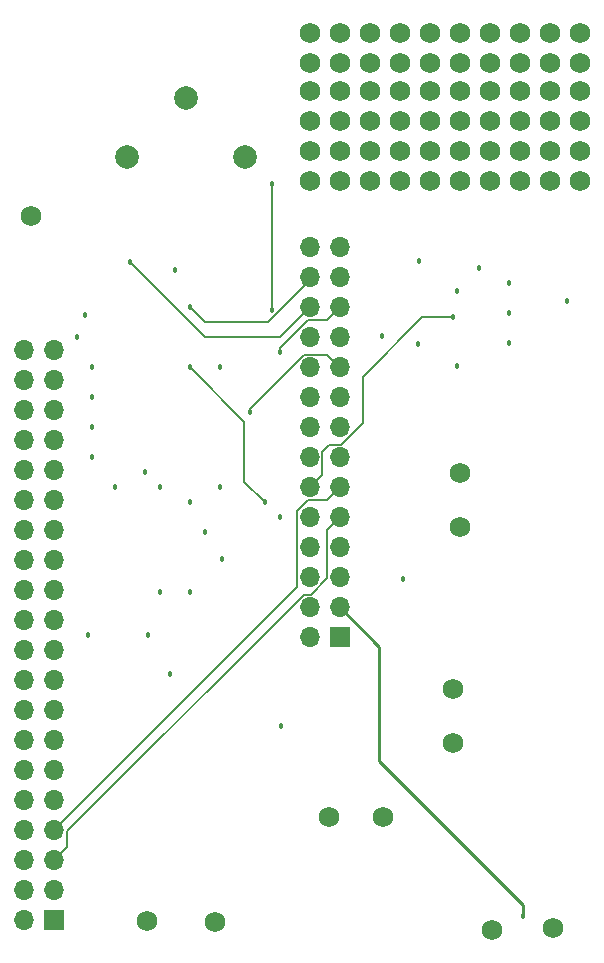
<source format=gbr>
%TF.GenerationSoftware,KiCad,Pcbnew,5.1.12-84ad8e8a86~92~ubuntu18.04.1*%
%TF.CreationDate,2022-01-27T22:07:28+11:00*%
%TF.ProjectId,bbb,6262622e-6b69-4636-9164-5f7063625858,rev?*%
%TF.SameCoordinates,Original*%
%TF.FileFunction,Copper,L4,Bot*%
%TF.FilePolarity,Positive*%
%FSLAX46Y46*%
G04 Gerber Fmt 4.6, Leading zero omitted, Abs format (unit mm)*
G04 Created by KiCad (PCBNEW 5.1.12-84ad8e8a86~92~ubuntu18.04.1) date 2022-01-27 22:07:28*
%MOMM*%
%LPD*%
G01*
G04 APERTURE LIST*
%TA.AperFunction,ComponentPad*%
%ADD10C,1.727200*%
%TD*%
%TA.AperFunction,ComponentPad*%
%ADD11C,2.006600*%
%TD*%
%TA.AperFunction,ComponentPad*%
%ADD12O,1.700000X1.700000*%
%TD*%
%TA.AperFunction,ComponentPad*%
%ADD13R,1.700000X1.700000*%
%TD*%
%TA.AperFunction,ViaPad*%
%ADD14C,1.727200*%
%TD*%
%TA.AperFunction,ViaPad*%
%ADD15C,0.457200*%
%TD*%
%TA.AperFunction,Conductor*%
%ADD16C,0.127000*%
%TD*%
%TA.AperFunction,Conductor*%
%ADD17C,0.254000*%
%TD*%
G04 APERTURE END LIST*
D10*
%TO.P,L3,2*%
%TO.N,Net-(C29-Pad1)*%
X140741400Y-126250700D03*
%TO.P,L3,1*%
%TO.N,Net-(C25-Pad2)*%
X145313400Y-126250700D03*
%TD*%
%TO.P,L1,2*%
%TO.N,Net-(C20-Pad1)*%
X151841200Y-101714300D03*
%TO.P,L1,1*%
%TO.N,Net-(C22-Pad1)*%
X151841200Y-97142300D03*
%TD*%
%TO.P,L2,2*%
%TO.N,Net-(C25-Pad1)*%
X151231600Y-120002300D03*
%TO.P,L2,1*%
%TO.N,Net-(C20-Pad2)*%
X151231600Y-115430300D03*
%TD*%
D11*
%TO.P,J3,1*%
%TO.N,GND*%
X128629400Y-65415800D03*
%TO.P,J3,3*%
%TO.N,Iout*%
X133629400Y-70415800D03*
%TO.P,J3,2*%
%TO.N,Qout*%
X123629400Y-70415800D03*
%TD*%
D12*
%TO.P,J2,40*%
%TO.N,Net-(J2-Pad40)*%
X114947700Y-86690200D03*
%TO.P,J2,39*%
%TO.N,GND*%
X117487700Y-86690200D03*
%TO.P,J2,38*%
%TO.N,Net-(J2-Pad38)*%
X114947700Y-89230200D03*
%TO.P,J2,37*%
%TO.N,Net-(J2-Pad37)*%
X117487700Y-89230200D03*
%TO.P,J2,36*%
%TO.N,Net-(J2-Pad36)*%
X114947700Y-91770200D03*
%TO.P,J2,35*%
%TO.N,Net-(J2-Pad35)*%
X117487700Y-91770200D03*
%TO.P,J2,34*%
%TO.N,GND*%
X114947700Y-94310200D03*
%TO.P,J2,33*%
%TO.N,Net-(J2-Pad33)*%
X117487700Y-94310200D03*
%TO.P,J2,32*%
%TO.N,Net-(J2-Pad32)*%
X114947700Y-96850200D03*
%TO.P,J2,31*%
%TO.N,Net-(J2-Pad31)*%
X117487700Y-96850200D03*
%TO.P,J2,30*%
%TO.N,Net-(J2-Pad30)*%
X114947700Y-99390200D03*
%TO.P,J2,29*%
%TO.N,Net-(J2-Pad29)*%
X117487700Y-99390200D03*
%TO.P,J2,28*%
%TO.N,Net-(J2-Pad28)*%
X114947700Y-101930200D03*
%TO.P,J2,27*%
%TO.N,Net-(J2-Pad27)*%
X117487700Y-101930200D03*
%TO.P,J2,26*%
%TO.N,Net-(J2-Pad26)*%
X114947700Y-104470200D03*
%TO.P,J2,25*%
%TO.N,GND*%
X117487700Y-104470200D03*
%TO.P,J2,24*%
%TO.N,Net-(J2-Pad24)*%
X114947700Y-107010200D03*
%TO.P,J2,23*%
%TO.N,Net-(J2-Pad23)*%
X117487700Y-107010200D03*
%TO.P,J2,22*%
%TO.N,Net-(J2-Pad22)*%
X114947700Y-109550200D03*
%TO.P,J2,21*%
%TO.N,Net-(J2-Pad21)*%
X117487700Y-109550200D03*
%TO.P,J2,20*%
%TO.N,GND*%
X114947700Y-112090200D03*
%TO.P,J2,19*%
%TO.N,Net-(J2-Pad19)*%
X117487700Y-112090200D03*
%TO.P,J2,18*%
%TO.N,Net-(J2-Pad18)*%
X114947700Y-114630200D03*
%TO.P,J2,17*%
%TO.N,Net-(J2-Pad17)*%
X117487700Y-114630200D03*
%TO.P,J2,16*%
%TO.N,Net-(J2-Pad16)*%
X114947700Y-117170200D03*
%TO.P,J2,15*%
%TO.N,Net-(J2-Pad15)*%
X117487700Y-117170200D03*
%TO.P,J2,14*%
%TO.N,GND*%
X114947700Y-119710200D03*
%TO.P,J2,13*%
%TO.N,Net-(J2-Pad13)*%
X117487700Y-119710200D03*
%TO.P,J2,12*%
%TO.N,Net-(J2-Pad12)*%
X114947700Y-122250200D03*
%TO.P,J2,11*%
%TO.N,Net-(J2-Pad11)*%
X117487700Y-122250200D03*
%TO.P,J2,10*%
%TO.N,Net-(J2-Pad10)*%
X114947700Y-124790200D03*
%TO.P,J2,9*%
%TO.N,GND*%
X117487700Y-124790200D03*
%TO.P,J2,8*%
%TO.N,Net-(J2-Pad8)*%
X114947700Y-127330200D03*
%TO.P,J2,7*%
%TO.N,P5_SCL*%
X117487700Y-127330200D03*
%TO.P,J2,6*%
%TO.N,GND*%
X114947700Y-129870200D03*
%TO.P,J2,5*%
%TO.N,P3_SDA*%
X117487700Y-129870200D03*
%TO.P,J2,4*%
%TO.N,Net-(C13-Pad1)*%
X114947700Y-132410200D03*
%TO.P,J2,3*%
%TO.N,Net-(J2-Pad3)*%
X117487700Y-132410200D03*
%TO.P,J2,2*%
%TO.N,Net-(C13-Pad1)*%
X114947700Y-134950200D03*
D13*
%TO.P,J2,1*%
%TO.N,Net-(J2-Pad1)*%
X117487700Y-134950200D03*
%TD*%
%TO.P,J1,1*%
%TO.N,GND*%
X141630400Y-111048800D03*
D12*
%TO.P,J1,2*%
%TO.N,+3V3*%
X139090400Y-111048800D03*
%TO.P,J1,3*%
%TO.N,BPFIN*%
X141630400Y-108508800D03*
%TO.P,J1,4*%
%TO.N,BPFOUT*%
X139090400Y-108508800D03*
%TO.P,J1,5*%
%TO.N,RFOUT*%
X141630400Y-105968800D03*
%TO.P,J1,6*%
%TO.N,RFIN*%
X139090400Y-105968800D03*
%TO.P,J1,7*%
%TO.N,RFOUT*%
X141630400Y-103428800D03*
%TO.P,J1,8*%
%TO.N,MIXIN*%
X139090400Y-103428800D03*
%TO.P,J1,9*%
%TO.N,P3_SDA*%
X141630400Y-100888800D03*
%TO.P,J1,10*%
%TO.N,I2C_SCL*%
X139090400Y-100888800D03*
%TO.P,J1,11*%
%TO.N,P5_SCL*%
X141630400Y-98348800D03*
%TO.P,J1,12*%
%TO.N,I2C_SDA*%
X139090400Y-98348800D03*
%TO.P,J1,13*%
%TO.N,CLK0*%
X141630400Y-95808800D03*
%TO.P,J1,14*%
%TO.N,MIXCLK0*%
X139090400Y-95808800D03*
%TO.P,J1,15*%
%TO.N,CLK1*%
X141630400Y-93268800D03*
%TO.P,J1,16*%
%TO.N,MIXCLK90*%
X139090400Y-93268800D03*
%TO.P,J1,17*%
%TO.N,CLK2*%
X141630400Y-90728800D03*
%TO.P,J1,18*%
%TO.N,GND*%
X139090400Y-90728800D03*
%TO.P,J1,19*%
%TO.N,MIXI+*%
X141630400Y-88188800D03*
%TO.P,J1,20*%
%TO.N,I+*%
X139090400Y-88188800D03*
%TO.P,J1,21*%
%TO.N,MIXI-*%
X141630400Y-85648800D03*
%TO.P,J1,22*%
%TO.N,I-*%
X139090400Y-85648800D03*
%TO.P,J1,23*%
%TO.N,MIXQ+*%
X141630400Y-83108800D03*
%TO.P,J1,24*%
%TO.N,Q+*%
X139090400Y-83108800D03*
%TO.P,J1,25*%
%TO.N,MIXQ-*%
X141630400Y-80568800D03*
%TO.P,J1,26*%
%TO.N,Q-*%
X139090400Y-80568800D03*
%TO.P,J1,27*%
%TO.N,Net-(J1-Pad27)*%
X141630400Y-78028800D03*
%TO.P,J1,28*%
%TO.N,Net-(J1-Pad28)*%
X139090400Y-78028800D03*
%TD*%
D14*
%TO.N,*%
X151790400Y-72440800D03*
X154330400Y-72440800D03*
X141630400Y-72440800D03*
X154330400Y-64820800D03*
X149250400Y-67360800D03*
X151790400Y-69900800D03*
X144170400Y-72440800D03*
X151790400Y-64820800D03*
X159410400Y-64820800D03*
X154330400Y-69900800D03*
X156870400Y-67360800D03*
X154330400Y-67360800D03*
X144170400Y-64820800D03*
X159410400Y-72440800D03*
X146710400Y-64820800D03*
X144170400Y-69900800D03*
X149250400Y-69900800D03*
X156870400Y-69900800D03*
X156870400Y-72440800D03*
X144170400Y-67360800D03*
X159410400Y-67360800D03*
X159410400Y-69900800D03*
X161950400Y-69900800D03*
X151790400Y-67360800D03*
X141630400Y-64820800D03*
X141630400Y-67360800D03*
X161950400Y-64820800D03*
X161950400Y-67360800D03*
X139090400Y-69900800D03*
X139090400Y-64820800D03*
X146710400Y-72440800D03*
X146710400Y-69900800D03*
X146710400Y-67360800D03*
X156870400Y-64820800D03*
X139090400Y-72440800D03*
X139090400Y-67360800D03*
X141630400Y-69900800D03*
X149250400Y-64820800D03*
X149250400Y-59867800D03*
X159410400Y-59867800D03*
X139090400Y-59867800D03*
X144170400Y-62407800D03*
X149250400Y-62407800D03*
X156870400Y-62407800D03*
X141630400Y-62407800D03*
X151790400Y-59867800D03*
X161950400Y-62407800D03*
X141630400Y-59867800D03*
X146710400Y-59867800D03*
X161950400Y-59867800D03*
X156870400Y-59867800D03*
X139090400Y-62407800D03*
X159410400Y-62407800D03*
X154330400Y-62407800D03*
X151790400Y-62407800D03*
X146710400Y-62407800D03*
X144170400Y-59867800D03*
X154330400Y-59867800D03*
X149250400Y-72440800D03*
%TO.N,+3V3*%
X125285500Y-135051800D03*
D15*
X128930400Y-107238800D03*
X125450600Y-110845600D03*
X136550400Y-100888800D03*
X126390400Y-98348800D03*
X120040400Y-83743800D03*
X156006800Y-86144100D03*
X156006800Y-83604100D03*
X156006800Y-81064100D03*
X151561800Y-88049100D03*
X145211800Y-85509100D03*
%TO.N,GND*%
X160845500Y-82562700D03*
D14*
X131114800Y-135128000D03*
D15*
X126390400Y-107238800D03*
X131709709Y-104459491D03*
X130200400Y-102158800D03*
X128930400Y-99618800D03*
X131470400Y-98348800D03*
X131470400Y-88188800D03*
X125120400Y-97078800D03*
X122580400Y-98348800D03*
X120370600Y-110845600D03*
X119405400Y-85648800D03*
X120675400Y-88188800D03*
X120675400Y-90728800D03*
X120675400Y-93268800D03*
X120675400Y-95808800D03*
X127660400Y-79933800D03*
X153466800Y-79794100D03*
X151561800Y-81699100D03*
X148386800Y-79159100D03*
X148272490Y-86258410D03*
X127241300Y-114185700D03*
X146964400Y-106083100D03*
X136690100Y-118605300D03*
D14*
X115481100Y-75349100D03*
X154520900Y-135826500D03*
X159664400Y-135648700D03*
D15*
%TO.N,Q+*%
X123850400Y-79298800D03*
%TO.N,Iout*%
X135915400Y-83362800D03*
X135915400Y-72694800D03*
%TO.N,MIXIN*%
X128930400Y-88188800D03*
X135280400Y-99618800D03*
%TO.N,I2C_SDA*%
X151231600Y-83947000D03*
%TO.N,MIXI+*%
X134010400Y-91998800D03*
%TO.N,MIXQ+*%
X136550400Y-86918800D03*
%TO.N,Q-*%
X128930400Y-83108800D03*
D14*
%TO.N,LED_IN*%
X161950400Y-72440800D03*
D15*
%TO.N,BPFIN*%
X157187900Y-134645400D03*
%TD*%
D16*
%TO.N,Q+*%
X130200400Y-85648800D02*
X123850400Y-79298800D01*
X136550400Y-85648800D02*
X130200400Y-85648800D01*
X139090400Y-83108800D02*
X136550400Y-85648800D01*
%TO.N,Iout*%
X135915400Y-83362800D02*
X135915400Y-72694800D01*
%TO.N,MIXIN*%
X133565899Y-92824299D02*
X128930400Y-88188800D01*
X133565899Y-97904299D02*
X133565899Y-92824299D01*
X135280400Y-99618800D02*
X133565899Y-97904299D01*
%TO.N,I2C_SDA*%
X140156301Y-97282899D02*
X139090400Y-98348800D01*
X151231600Y-83947000D02*
X148615400Y-83947000D01*
X148615400Y-83947000D02*
X143573500Y-88988900D01*
X140156301Y-95327099D02*
X140156301Y-97282899D01*
X140740501Y-94742899D02*
X140156301Y-95327099D01*
X143573500Y-92903234D02*
X141733835Y-94742899D01*
X141733835Y-94742899D02*
X140740501Y-94742899D01*
X143573500Y-88988900D02*
X143573500Y-92903234D01*
%TO.N,MIXI+*%
X134010400Y-91691266D02*
X134010400Y-91998800D01*
X138578767Y-87122899D02*
X134010400Y-91691266D01*
X140564499Y-87122899D02*
X138578767Y-87122899D01*
X141630400Y-88188800D02*
X140564499Y-87122899D01*
%TO.N,MIXQ+*%
X140564499Y-84174701D02*
X141630400Y-83108800D01*
X138971210Y-84174701D02*
X140564499Y-84174701D01*
X136550400Y-86595511D02*
X138971210Y-84174701D01*
X136550400Y-86918800D02*
X136550400Y-86595511D01*
%TO.N,Q-*%
X130200400Y-84378800D02*
X128930400Y-83108800D01*
X139090400Y-80845662D02*
X139090400Y-80568800D01*
X135557262Y-84378800D02*
X139090400Y-80845662D01*
X130200400Y-84378800D02*
X135557262Y-84378800D01*
%TO.N,P3_SDA*%
X118553601Y-128804299D02*
X117487700Y-129870200D01*
X118553601Y-127468065D02*
X118553601Y-128804299D01*
X138578767Y-107442899D02*
X118553601Y-127468065D01*
X139193835Y-107442899D02*
X138578767Y-107442899D01*
X140564499Y-106072235D02*
X139193835Y-107442899D01*
X140564499Y-101954701D02*
X140564499Y-106072235D01*
X141630400Y-100888800D02*
X140564499Y-101954701D01*
%TO.N,P5_SCL*%
X140564499Y-99414701D02*
X141630400Y-98348800D01*
X138986965Y-99414701D02*
X140564499Y-99414701D01*
X138024499Y-100377167D02*
X138986965Y-99414701D01*
X138024499Y-106793401D02*
X138024499Y-100377167D01*
X117487700Y-127330200D02*
X138024499Y-106793401D01*
D17*
%TO.N,BPFIN*%
X141630400Y-108508800D02*
X144995900Y-111874300D01*
X144995900Y-111874300D02*
X144995900Y-121488200D01*
X157187900Y-133680200D02*
X144995900Y-121488200D01*
X157187900Y-134645400D02*
X157187900Y-133680200D01*
%TD*%
M02*

</source>
